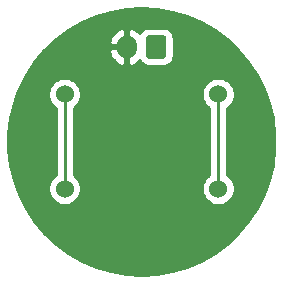
<source format=gbr>
%TF.GenerationSoftware,KiCad,Pcbnew,(5.1.9)-1*%
%TF.CreationDate,2022-04-21T22:08:42+02:00*%
%TF.ProjectId,Sensors,53656e73-6f72-4732-9e6b-696361645f70,Rev.01*%
%TF.SameCoordinates,Original*%
%TF.FileFunction,Copper,L2,Bot*%
%TF.FilePolarity,Positive*%
%FSLAX46Y46*%
G04 Gerber Fmt 4.6, Leading zero omitted, Abs format (unit mm)*
G04 Created by KiCad (PCBNEW (5.1.9)-1) date 2022-04-21 22:08:42*
%MOMM*%
%LPD*%
G01*
G04 APERTURE LIST*
%TA.AperFunction,ComponentPad*%
%ADD10C,1.524000*%
%TD*%
%TA.AperFunction,ComponentPad*%
%ADD11O,1.700000X2.000000*%
%TD*%
%TA.AperFunction,Conductor*%
%ADD12C,0.250000*%
%TD*%
%TA.AperFunction,Conductor*%
%ADD13C,0.254000*%
%TD*%
%TA.AperFunction,Conductor*%
%ADD14C,0.100000*%
%TD*%
G04 APERTURE END LIST*
D10*
%TO.P,SW1,1*%
%TO.N,Net-(J1-Pad1)*%
X86500000Y-46000000D03*
%TO.P,SW1,2*%
%TO.N,Net-(R1-Pad1)*%
X73500000Y-46000000D03*
%TD*%
%TO.P,J1,1*%
%TO.N,Net-(J1-Pad1)*%
%TA.AperFunction,ComponentPad*%
G36*
G01*
X82100000Y-41250000D02*
X82100000Y-42750000D01*
G75*
G02*
X81850000Y-43000000I-250000J0D01*
G01*
X80650000Y-43000000D01*
G75*
G02*
X80400000Y-42750000I0J250000D01*
G01*
X80400000Y-41250000D01*
G75*
G02*
X80650000Y-41000000I250000J0D01*
G01*
X81850000Y-41000000D01*
G75*
G02*
X82100000Y-41250000I0J-250000D01*
G01*
G37*
%TD.AperFunction*%
D11*
%TO.P,J1,2*%
%TO.N,Net-(D1-Pad1)*%
X78750000Y-42000000D03*
%TD*%
D10*
%TO.P,SW2,2*%
%TO.N,Net-(R1-Pad1)*%
X73500000Y-54000000D03*
%TO.P,SW2,1*%
%TO.N,Net-(J1-Pad1)*%
X86500000Y-54000000D03*
%TD*%
D12*
%TO.N,Net-(J1-Pad1)*%
X86500000Y-46000000D02*
X86500000Y-54000000D01*
%TO.N,Net-(R1-Pad1)*%
X73500000Y-46000000D02*
X73500000Y-54000000D01*
%TD*%
D13*
%TO.N,Net-(D1-Pad1)*%
X81310689Y-38786339D02*
X82603653Y-39014323D01*
X83861407Y-39390870D01*
X85066943Y-39910887D01*
X86203956Y-40567343D01*
X87257072Y-41351358D01*
X88212048Y-42252332D01*
X89055971Y-43258079D01*
X89777427Y-44355000D01*
X90366660Y-45528259D01*
X90815702Y-46761992D01*
X91118480Y-48039512D01*
X91270899Y-49343545D01*
X91270899Y-50656455D01*
X91118480Y-51960488D01*
X90815702Y-53238008D01*
X90366660Y-54471741D01*
X89777427Y-55645000D01*
X89055971Y-56741921D01*
X88212048Y-57747668D01*
X87257072Y-58648642D01*
X86203956Y-59432657D01*
X85066943Y-60089113D01*
X83861407Y-60609130D01*
X82603653Y-60985677D01*
X81310689Y-61213661D01*
X80000000Y-61290000D01*
X78689311Y-61213661D01*
X77396347Y-60985677D01*
X76138593Y-60609130D01*
X74933057Y-60089113D01*
X73796044Y-59432657D01*
X72742928Y-58648642D01*
X71787952Y-57747668D01*
X70944029Y-56741921D01*
X70222573Y-55645000D01*
X69633340Y-54471741D01*
X69184298Y-53238008D01*
X68881520Y-51960488D01*
X68729101Y-50656455D01*
X68729101Y-49343545D01*
X68881520Y-48039512D01*
X69184298Y-46761992D01*
X69511719Y-45862408D01*
X72103000Y-45862408D01*
X72103000Y-46137592D01*
X72156686Y-46407490D01*
X72261995Y-46661727D01*
X72414880Y-46890535D01*
X72609465Y-47085120D01*
X72740000Y-47172341D01*
X72740001Y-52827659D01*
X72609465Y-52914880D01*
X72414880Y-53109465D01*
X72261995Y-53338273D01*
X72156686Y-53592510D01*
X72103000Y-53862408D01*
X72103000Y-54137592D01*
X72156686Y-54407490D01*
X72261995Y-54661727D01*
X72414880Y-54890535D01*
X72609465Y-55085120D01*
X72838273Y-55238005D01*
X73092510Y-55343314D01*
X73362408Y-55397000D01*
X73637592Y-55397000D01*
X73907490Y-55343314D01*
X74161727Y-55238005D01*
X74390535Y-55085120D01*
X74585120Y-54890535D01*
X74738005Y-54661727D01*
X74843314Y-54407490D01*
X74897000Y-54137592D01*
X74897000Y-53862408D01*
X74843314Y-53592510D01*
X74738005Y-53338273D01*
X74585120Y-53109465D01*
X74390535Y-52914880D01*
X74260000Y-52827659D01*
X74260000Y-47172341D01*
X74390535Y-47085120D01*
X74585120Y-46890535D01*
X74738005Y-46661727D01*
X74843314Y-46407490D01*
X74897000Y-46137592D01*
X74897000Y-45862408D01*
X85103000Y-45862408D01*
X85103000Y-46137592D01*
X85156686Y-46407490D01*
X85261995Y-46661727D01*
X85414880Y-46890535D01*
X85609465Y-47085120D01*
X85740000Y-47172341D01*
X85740001Y-52827659D01*
X85609465Y-52914880D01*
X85414880Y-53109465D01*
X85261995Y-53338273D01*
X85156686Y-53592510D01*
X85103000Y-53862408D01*
X85103000Y-54137592D01*
X85156686Y-54407490D01*
X85261995Y-54661727D01*
X85414880Y-54890535D01*
X85609465Y-55085120D01*
X85838273Y-55238005D01*
X86092510Y-55343314D01*
X86362408Y-55397000D01*
X86637592Y-55397000D01*
X86907490Y-55343314D01*
X87161727Y-55238005D01*
X87390535Y-55085120D01*
X87585120Y-54890535D01*
X87738005Y-54661727D01*
X87843314Y-54407490D01*
X87897000Y-54137592D01*
X87897000Y-53862408D01*
X87843314Y-53592510D01*
X87738005Y-53338273D01*
X87585120Y-53109465D01*
X87390535Y-52914880D01*
X87260000Y-52827659D01*
X87260000Y-47172341D01*
X87390535Y-47085120D01*
X87585120Y-46890535D01*
X87738005Y-46661727D01*
X87843314Y-46407490D01*
X87897000Y-46137592D01*
X87897000Y-45862408D01*
X87843314Y-45592510D01*
X87738005Y-45338273D01*
X87585120Y-45109465D01*
X87390535Y-44914880D01*
X87161727Y-44761995D01*
X86907490Y-44656686D01*
X86637592Y-44603000D01*
X86362408Y-44603000D01*
X86092510Y-44656686D01*
X85838273Y-44761995D01*
X85609465Y-44914880D01*
X85414880Y-45109465D01*
X85261995Y-45338273D01*
X85156686Y-45592510D01*
X85103000Y-45862408D01*
X74897000Y-45862408D01*
X74843314Y-45592510D01*
X74738005Y-45338273D01*
X74585120Y-45109465D01*
X74390535Y-44914880D01*
X74161727Y-44761995D01*
X73907490Y-44656686D01*
X73637592Y-44603000D01*
X73362408Y-44603000D01*
X73092510Y-44656686D01*
X72838273Y-44761995D01*
X72609465Y-44914880D01*
X72414880Y-45109465D01*
X72261995Y-45338273D01*
X72156686Y-45592510D01*
X72103000Y-45862408D01*
X69511719Y-45862408D01*
X69633340Y-45528259D01*
X70222573Y-44355000D01*
X70944029Y-43258079D01*
X71697824Y-42359742D01*
X77278715Y-42359742D01*
X77347904Y-42642745D01*
X77470975Y-42906812D01*
X77643198Y-43141795D01*
X77857954Y-43338664D01*
X78106991Y-43489854D01*
X78380739Y-43589554D01*
X78393110Y-43591476D01*
X78623000Y-43470155D01*
X78623000Y-42127000D01*
X77422768Y-42127000D01*
X77278715Y-42359742D01*
X71697824Y-42359742D01*
X71787952Y-42252332D01*
X72436712Y-41640258D01*
X77278715Y-41640258D01*
X77422768Y-41873000D01*
X78623000Y-41873000D01*
X78623000Y-40529845D01*
X78877000Y-40529845D01*
X78877000Y-41873000D01*
X78897000Y-41873000D01*
X78897000Y-42127000D01*
X78877000Y-42127000D01*
X78877000Y-43470155D01*
X79106890Y-43591476D01*
X79119261Y-43589554D01*
X79393009Y-43489854D01*
X79642046Y-43338664D01*
X79856802Y-43141795D01*
X79857086Y-43141407D01*
X79911595Y-43243386D01*
X80022038Y-43377962D01*
X80156614Y-43488405D01*
X80310150Y-43570472D01*
X80476746Y-43621008D01*
X80650000Y-43638072D01*
X81850000Y-43638072D01*
X82023254Y-43621008D01*
X82189850Y-43570472D01*
X82343386Y-43488405D01*
X82477962Y-43377962D01*
X82588405Y-43243386D01*
X82670472Y-43089850D01*
X82721008Y-42923254D01*
X82738072Y-42750000D01*
X82738072Y-41250000D01*
X82721008Y-41076746D01*
X82670472Y-40910150D01*
X82588405Y-40756614D01*
X82477962Y-40622038D01*
X82343386Y-40511595D01*
X82189850Y-40429528D01*
X82023254Y-40378992D01*
X81850000Y-40361928D01*
X80650000Y-40361928D01*
X80476746Y-40378992D01*
X80310150Y-40429528D01*
X80156614Y-40511595D01*
X80022038Y-40622038D01*
X79911595Y-40756614D01*
X79857086Y-40858593D01*
X79856802Y-40858205D01*
X79642046Y-40661336D01*
X79393009Y-40510146D01*
X79119261Y-40410446D01*
X79106890Y-40408524D01*
X78877000Y-40529845D01*
X78623000Y-40529845D01*
X78393110Y-40408524D01*
X78380739Y-40410446D01*
X78106991Y-40510146D01*
X77857954Y-40661336D01*
X77643198Y-40858205D01*
X77470975Y-41093188D01*
X77347904Y-41357255D01*
X77278715Y-41640258D01*
X72436712Y-41640258D01*
X72742928Y-41351358D01*
X73796044Y-40567343D01*
X74933057Y-39910887D01*
X76138593Y-39390870D01*
X77396347Y-39014323D01*
X78689311Y-38786339D01*
X80000000Y-38710000D01*
X81310689Y-38786339D01*
%TA.AperFunction,Conductor*%
D14*
G36*
X81310689Y-38786339D02*
G01*
X82603653Y-39014323D01*
X83861407Y-39390870D01*
X85066943Y-39910887D01*
X86203956Y-40567343D01*
X87257072Y-41351358D01*
X88212048Y-42252332D01*
X89055971Y-43258079D01*
X89777427Y-44355000D01*
X90366660Y-45528259D01*
X90815702Y-46761992D01*
X91118480Y-48039512D01*
X91270899Y-49343545D01*
X91270899Y-50656455D01*
X91118480Y-51960488D01*
X90815702Y-53238008D01*
X90366660Y-54471741D01*
X89777427Y-55645000D01*
X89055971Y-56741921D01*
X88212048Y-57747668D01*
X87257072Y-58648642D01*
X86203956Y-59432657D01*
X85066943Y-60089113D01*
X83861407Y-60609130D01*
X82603653Y-60985677D01*
X81310689Y-61213661D01*
X80000000Y-61290000D01*
X78689311Y-61213661D01*
X77396347Y-60985677D01*
X76138593Y-60609130D01*
X74933057Y-60089113D01*
X73796044Y-59432657D01*
X72742928Y-58648642D01*
X71787952Y-57747668D01*
X70944029Y-56741921D01*
X70222573Y-55645000D01*
X69633340Y-54471741D01*
X69184298Y-53238008D01*
X68881520Y-51960488D01*
X68729101Y-50656455D01*
X68729101Y-49343545D01*
X68881520Y-48039512D01*
X69184298Y-46761992D01*
X69511719Y-45862408D01*
X72103000Y-45862408D01*
X72103000Y-46137592D01*
X72156686Y-46407490D01*
X72261995Y-46661727D01*
X72414880Y-46890535D01*
X72609465Y-47085120D01*
X72740000Y-47172341D01*
X72740001Y-52827659D01*
X72609465Y-52914880D01*
X72414880Y-53109465D01*
X72261995Y-53338273D01*
X72156686Y-53592510D01*
X72103000Y-53862408D01*
X72103000Y-54137592D01*
X72156686Y-54407490D01*
X72261995Y-54661727D01*
X72414880Y-54890535D01*
X72609465Y-55085120D01*
X72838273Y-55238005D01*
X73092510Y-55343314D01*
X73362408Y-55397000D01*
X73637592Y-55397000D01*
X73907490Y-55343314D01*
X74161727Y-55238005D01*
X74390535Y-55085120D01*
X74585120Y-54890535D01*
X74738005Y-54661727D01*
X74843314Y-54407490D01*
X74897000Y-54137592D01*
X74897000Y-53862408D01*
X74843314Y-53592510D01*
X74738005Y-53338273D01*
X74585120Y-53109465D01*
X74390535Y-52914880D01*
X74260000Y-52827659D01*
X74260000Y-47172341D01*
X74390535Y-47085120D01*
X74585120Y-46890535D01*
X74738005Y-46661727D01*
X74843314Y-46407490D01*
X74897000Y-46137592D01*
X74897000Y-45862408D01*
X85103000Y-45862408D01*
X85103000Y-46137592D01*
X85156686Y-46407490D01*
X85261995Y-46661727D01*
X85414880Y-46890535D01*
X85609465Y-47085120D01*
X85740000Y-47172341D01*
X85740001Y-52827659D01*
X85609465Y-52914880D01*
X85414880Y-53109465D01*
X85261995Y-53338273D01*
X85156686Y-53592510D01*
X85103000Y-53862408D01*
X85103000Y-54137592D01*
X85156686Y-54407490D01*
X85261995Y-54661727D01*
X85414880Y-54890535D01*
X85609465Y-55085120D01*
X85838273Y-55238005D01*
X86092510Y-55343314D01*
X86362408Y-55397000D01*
X86637592Y-55397000D01*
X86907490Y-55343314D01*
X87161727Y-55238005D01*
X87390535Y-55085120D01*
X87585120Y-54890535D01*
X87738005Y-54661727D01*
X87843314Y-54407490D01*
X87897000Y-54137592D01*
X87897000Y-53862408D01*
X87843314Y-53592510D01*
X87738005Y-53338273D01*
X87585120Y-53109465D01*
X87390535Y-52914880D01*
X87260000Y-52827659D01*
X87260000Y-47172341D01*
X87390535Y-47085120D01*
X87585120Y-46890535D01*
X87738005Y-46661727D01*
X87843314Y-46407490D01*
X87897000Y-46137592D01*
X87897000Y-45862408D01*
X87843314Y-45592510D01*
X87738005Y-45338273D01*
X87585120Y-45109465D01*
X87390535Y-44914880D01*
X87161727Y-44761995D01*
X86907490Y-44656686D01*
X86637592Y-44603000D01*
X86362408Y-44603000D01*
X86092510Y-44656686D01*
X85838273Y-44761995D01*
X85609465Y-44914880D01*
X85414880Y-45109465D01*
X85261995Y-45338273D01*
X85156686Y-45592510D01*
X85103000Y-45862408D01*
X74897000Y-45862408D01*
X74843314Y-45592510D01*
X74738005Y-45338273D01*
X74585120Y-45109465D01*
X74390535Y-44914880D01*
X74161727Y-44761995D01*
X73907490Y-44656686D01*
X73637592Y-44603000D01*
X73362408Y-44603000D01*
X73092510Y-44656686D01*
X72838273Y-44761995D01*
X72609465Y-44914880D01*
X72414880Y-45109465D01*
X72261995Y-45338273D01*
X72156686Y-45592510D01*
X72103000Y-45862408D01*
X69511719Y-45862408D01*
X69633340Y-45528259D01*
X70222573Y-44355000D01*
X70944029Y-43258079D01*
X71697824Y-42359742D01*
X77278715Y-42359742D01*
X77347904Y-42642745D01*
X77470975Y-42906812D01*
X77643198Y-43141795D01*
X77857954Y-43338664D01*
X78106991Y-43489854D01*
X78380739Y-43589554D01*
X78393110Y-43591476D01*
X78623000Y-43470155D01*
X78623000Y-42127000D01*
X77422768Y-42127000D01*
X77278715Y-42359742D01*
X71697824Y-42359742D01*
X71787952Y-42252332D01*
X72436712Y-41640258D01*
X77278715Y-41640258D01*
X77422768Y-41873000D01*
X78623000Y-41873000D01*
X78623000Y-40529845D01*
X78877000Y-40529845D01*
X78877000Y-41873000D01*
X78897000Y-41873000D01*
X78897000Y-42127000D01*
X78877000Y-42127000D01*
X78877000Y-43470155D01*
X79106890Y-43591476D01*
X79119261Y-43589554D01*
X79393009Y-43489854D01*
X79642046Y-43338664D01*
X79856802Y-43141795D01*
X79857086Y-43141407D01*
X79911595Y-43243386D01*
X80022038Y-43377962D01*
X80156614Y-43488405D01*
X80310150Y-43570472D01*
X80476746Y-43621008D01*
X80650000Y-43638072D01*
X81850000Y-43638072D01*
X82023254Y-43621008D01*
X82189850Y-43570472D01*
X82343386Y-43488405D01*
X82477962Y-43377962D01*
X82588405Y-43243386D01*
X82670472Y-43089850D01*
X82721008Y-42923254D01*
X82738072Y-42750000D01*
X82738072Y-41250000D01*
X82721008Y-41076746D01*
X82670472Y-40910150D01*
X82588405Y-40756614D01*
X82477962Y-40622038D01*
X82343386Y-40511595D01*
X82189850Y-40429528D01*
X82023254Y-40378992D01*
X81850000Y-40361928D01*
X80650000Y-40361928D01*
X80476746Y-40378992D01*
X80310150Y-40429528D01*
X80156614Y-40511595D01*
X80022038Y-40622038D01*
X79911595Y-40756614D01*
X79857086Y-40858593D01*
X79856802Y-40858205D01*
X79642046Y-40661336D01*
X79393009Y-40510146D01*
X79119261Y-40410446D01*
X79106890Y-40408524D01*
X78877000Y-40529845D01*
X78623000Y-40529845D01*
X78393110Y-40408524D01*
X78380739Y-40410446D01*
X78106991Y-40510146D01*
X77857954Y-40661336D01*
X77643198Y-40858205D01*
X77470975Y-41093188D01*
X77347904Y-41357255D01*
X77278715Y-41640258D01*
X72436712Y-41640258D01*
X72742928Y-41351358D01*
X73796044Y-40567343D01*
X74933057Y-39910887D01*
X76138593Y-39390870D01*
X77396347Y-39014323D01*
X78689311Y-38786339D01*
X80000000Y-38710000D01*
X81310689Y-38786339D01*
G37*
%TD.AperFunction*%
%TD*%
M02*

</source>
